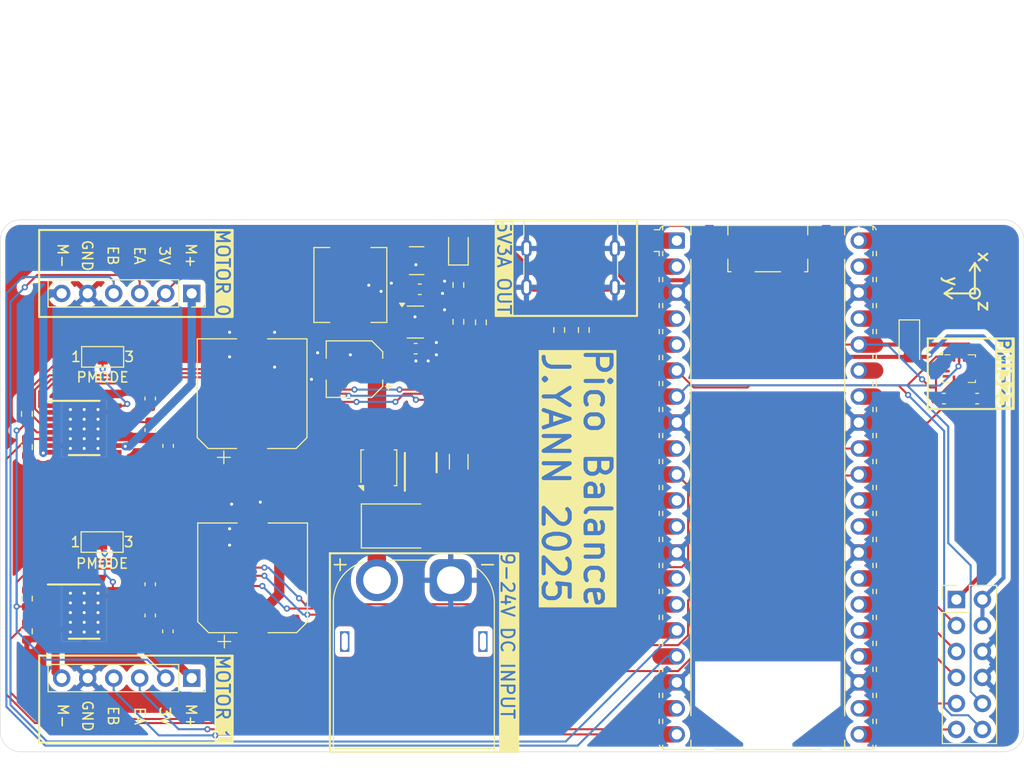
<source format=kicad_pcb>
(kicad_pcb (version 20241229) (generator "pcbnew") (generator_version "9.0")
  (layers (0 "F.Cu" signal) (2 "B.Cu" signal) (13 "F.Paste" user) (15 "B.Paste" user) (5 "F.SilkS" user "F.Silkscreen") (7 "B.SilkS" user "B.Silkscreen") (1 "F.Mask" user) (3 "B.Mask" user) (25 "Edge.Cuts" user))
  (net 0 "")
  (net 2 "IN3")
  (net 3 "SLP0")
  (net 5 "CS0")
  (net 8 "GND")
  (net 9 "+3V3")
  (net 10 "GP17")
  (net 11 "IN4")
  (net 12 "CS1")
  (net 15 "GP20")
  (net 16 "ENCB0")
  (net 17 "GP19")
  (net 18 "SCL")
  (net 20 "ENCB1")
  (net 21 "SLP1")
  (net 22 "ENCA0")
  (net 23 "SDA")
  (net 26 "IN2")
  (net 32 "ENCA1")
  (net 35 "GP16")
  (net 36 "IN1")
  (net 41 "GP18")
  (net 42 "Net-(A1-VSYS)")
  (net 44 "Net-(U4-VCAPH)")
  (net 45 "Net-(U4-VCAPL)")
  (net 46 "VM")
  (net 47 "Net-(U5-CB)")
  (net 48 "+5V")
  (net 49 "Net-(U2-CPH)")
  (net 50 "Net-(U2-CPL)")
  (net 51 "Net-(U2-VCP)")
  (net 52 "Net-(U3-VCP)")
  (net 53 "Net-(U3-CPL)")
  (net 54 "Net-(U3-CPH)")
  (net 55 "Net-(D1-A1)")
  (net 56 "Net-(D3-K)")
  (net 57 "OUT2")
  (net 58 "OUT1")
  (net 59 "Net-(JP1-C)")
  (net 60 "Net-(JP2-C)")
  (net 61 "Net-(Q1-G)")
  (net 62 "Net-(U5-FB)")
  (net 63 "Net-(U2-FAULT_N)")
  (net 64 "Net-(U3-FAULT_N)")
  (net 71 "OUT4")
  (net 72 "OUT3")
  (net 75 "Net-(J5-CC2)")
  (net 76 "Net-(J5-CC1)")
  (net 77 "/SW")
  (footprint "Capacitor_SMD:CP_Elec_5x5.4" (layer "F.Cu") (at 186.6 86.6 180)
    (property "Reference" "C2" (hide yes))
    (property "Value" "22uF")
  )
  (footprint "Connector_USB:USB_C_Receptacle_HRO_TYPE-C-31-M-17" (layer "F.Cu") (at 207.72 75.6 180)
    (property "Reference" "J5" (hide yes))
    (property "Value" "5V3A OUT")
  )
  (footprint "Module:RaspberryPi_Pico_Common_Unspecified" (layer "F.Cu") (at 226.975 98.17)
    (property "Reference" "A1" (hide yes))
    (property "Value" "RaspberryPi_Pico")
  )
  (footprint "Resistor_SMD:R_0603_1608Metric" (layer "F.Cu") (at 196.75 78.375 -90)
    (property "Reference" "R7" (hide yes))
    (property "Value" "560")
  )
  (footprint "Capacitor_SMD:C_1206_3216Metric" (layer "F.Cu") (at 196.7825 95.655 -90)
    (property "Reference" "C1" (hide yes))
    (property "Value" "2.2uF")
  )
  (footprint "Capacitor_SMD:C_1210_3225Metric" (layer "F.Cu") (at 192.675 76)
    (property "Reference" "C5" (hide yes))
    (property "Value" "47uF")
  )
  (footprint "Inductor_SMD:L_APV_APH0630" (layer "F.Cu") (at 186.2 78.375 90)
    (property "Reference" "L1" (hide yes))
    (property "Value" "6.8uH")
  )
  (footprint "footprints:DGK0008A_N" (layer "F.Cu") (at 193.0725 95.74 90)
    (property "Reference" "U4" (hide yes))
    (property "Value" "LM74610QDGKRQ1")
  )
  (footprint "LED_SMD:LED_0805_2012Metric" (layer "F.Cu") (at 196.75 74.7375 90)
    (property "Reference" "D3" (hide yes))
    (property "Value" "LED")
  )
  (footprint "Capacitor_SMD:C_0603_1608Metric" (layer "F.Cu") (at 166.65 107.624999 90)
    (property "Reference" "C13" (hide yes))
    (property "Value" "0.022uF")
  )
  (footprint "Resistor_SMD:R_0603_1608Metric" (layer "F.Cu") (at 198.95 82.025 -90)
    (property "Reference" "R1" (hide yes))
    (property "Value" "100k")
  )
  (footprint "Capacitor_SMD:C_0603_1608Metric" (layer "F.Cu") (at 192.975 78.8 180)
    (property "Reference" "C3" (hide yes))
    (property "Value" "0.1uF")
  )
  (footprint "Package_LGA:Bosch_LGA-14_3x2.5mm_P0.5mm" (layer "F.Cu") (at 245.6625 86.55)
    (property "Reference" "U1" (hide yes))
    (property "Value" "BMI323")
  )
  (footprint "Capacitor_SMD:CP_Elec_10x10.5" (layer "F.Cu") (at 176.6 89 90)
    (property "Reference" "C11" (hide yes))
    (property "Value" "330uF")
  )
  (footprint "Resistor_SMD:R_0603_1608Metric" (layer "F.Cu") (at 154.6 109.025 90)
    (property "Reference" "R5" (hide yes))
    (property "Value" "10K")
  )
  (footprint "Resistor_SMD:R_0603_1608Metric" (layer "F.Cu") (at 206.6 82.775 -90)
    (property "Reference" "R9" (hide yes))
    (property "Value" "10K")
  )
  (footprint "Resistor_SMD:R_0603_1608Metric" (layer "F.Cu") (at 209 82.775 -90)
    (property "Reference" "R8" (hide yes))
    (property "Value" "10K")
  )
  (footprint "Package_SON:VSON-8_3.3x3.3mm_P0.65mm_NexFET" (layer "F.Cu") (at 188.9725 96.24 90)
    (property "Reference" "Q1" (hide yes))
    (property "Value" "CSD17577Q3A")
  )
  (footprint "Resistor_SMD:R_0603_1608Metric" (layer "F.Cu") (at 154.6 94.225 90)
    (property "Reference" "R4" (hide yes))
    (property "Value" "2.5K")
  )
  (footprint "Capacitor_SMD:C_0603_1608Metric" (layer "F.Cu") (at 247.425 89.48 180)
    (property "Reference" "C6" (hide yes))
    (property "Value" "100n")
  )
  (footprint "Diode_SMD:D_SMB" (layer "F.Cu") (at 190.9325 101.93)
    (property "Reference" "D1" (hide yes))
    (property "Value" "SM6T30A")
  )
  (footprint "Connector_AMASS:AMASS_XT60PW-M_1x02_P7.20mm_Horizontal" (layer "F.Cu") (at 196 107.23 180)
    (property "Reference" "J1" (hide yes))
    (property "Value" "XT60PW-M")
  )
  (footprint "Resistor_SMD:R_0603_1608Metric" (layer "F.Cu") (at 154.6 90.975 90)
    (property "Reference" "R3" (hide yes))
    (property "Value" "10K")
  )
  (footprint "Capacitor_SMD:C_0603_1608Metric" (layer "F.Cu") (at 166.65 89.475 90)
    (property "Reference" "C8" (hide yes))
    (property "Value" "0.022uF")
  )
  (footprint "Jumper:SolderJumper-3_P1.3mm_Bridged12_Pad1.0x1.5mm_NumberLabels" (layer "F.Cu") (at 161.95 103.5)
    (property "Reference" "JP2" (hide yes))
    (property "Value" "PMODE")
  )
  (footprint "Capacitor_SMD:CP_Elec_10x10.5" (layer "F.Cu") (at 176.65 107 90)
    (property "Reference" "C15" (hide yes))
    (property "Value" "330uF")
  )
  (footprint "Connector_PinSocket_2.54mm:PinSocket_1x06_P2.54mm_Vertical" (layer "F.Cu") (at 170.7 116.8 -90)
    (property "Reference" "J4" (hide yes))
    (property "Value" "Conn_Motor1")
  )
  (footprint "Connector_PinSocket_2.54mm:PinSocket_1x06_P2.54mm_Vertical" (layer "F.Cu") (at 170.7 79.2 -90)
    (property "Reference" "J3" (hide yes))
    (property "Value" "Conn_Motor0")
  )
  (footprint "Diode_SMD:D_SOD-123F" (layer "F.Cu") (at 240.8 84 -90)
    (property "Reference" "D2" (hide yes))
    (property "Value" "MBR1020VL")
  )
  (footprint "Resistor_SMD:R_0603_1608Metric" (layer "F.Cu") (at 154.6 112.225 90)
    (property "Reference" "R6" (hide yes))
    (property "Value" "2.5K")
  )
  (footprint "Connector_PinHeader_2.54mm:PinHeader_2x06_P2.54mm_Vertical" (layer "F.Cu") (at 245.4 109.12)
    (property "Reference" "J2" (hide yes))
    (property "Value" "GPIO_Ext")
  )
  (footprint "Capacitor_SMD:C_0603_1608Metric" (layer "F.Cu") (at 166.65 92.55 -90)
    (property "Reference" "C9" (hide yes))
    (property "Value" "0.022uF")
  )
  (footprint "footprints:PWP0016J_N" (layer "F.Cu") (at 160.2 92.449999)
    (property "Reference" "U2" (hide yes))
    (property "Value" "DRV8876PWPR")
  )
  (footprint "Resistor_SMD:R_0603_1608Metric" (layer "F.Cu") (at 196.75 81.975 90)
    (property "Reference" "R2" (hide yes))
    (property "Value" "13.7k")
  )
  (footprint "Capacitor_SMD:C_0603_1608Metric" (layer "F.Cu") (at 166.65 110.674999 -90)
    (property "Reference" "C12" (hide yes))
    (property "Value" "0.022uF")
  )
  (footprint "Capacitor_SMD:C_0603_1608Metric" (layer "F.Cu") (at 244.175 89.48)
    (property "Reference" "C7" (hide yes))
    (property "Value" "100n")
  )
  (footprint "Capacitor_SMD:C_0603_1608Metric" (layer "F.Cu") (at 168.4 94.1 -90)
    (property "Reference" "C10" (hide yes))
    (property "Value" "0.1uF")
  )
  (footprint "Package_TO_SOT_SMD:SOT-23-6" (layer "F.Cu") (at 192.55 82)
    (property "Reference" "U5" (hide yes))
    (property "Value" "LMR51430")
  )
  (footprint "footprints:PWP0016J_N" (layer "F.Cu") (at 160.2 110.4)
    (property "Reference" "U3" (hide yes))
    (property "Value" "DRV8876PWPR")
  )
  (footprint "Capacitor_SMD:C_0603_1608Metric" (layer "F.Cu") (at 192.575 84.6)
    (property "Reference" "C4" (hide yes))
    (property "Value" "0.1uF")
  )
  (footprint "Capacitor_SMD:C_0603_1608Metric" (layer "F.Cu") (at 168.375 112.224999 -90)
    (property "Reference" "C14" (hide yes))
    (property "Value" "0.1uF")
  )
  (footprint "Jumper:SolderJumper-3_P1.3mm_Bridged12_Pad1.0x1.5mm_NumberLabels" (layer "F.Cu") (at 162 85.4)
    (property "Reference" "JP1" (hide yes))
    (property "Value" "PMODE")
  )
  (gr_line (start 247.2 76.225) (end 247.7 76.975) (stroke (width 0.2)) (layer "F.SilkS"))
  (gr_rect (start 155.8 73) (end 174.7 81.5) (stroke (width 0.2)) (fill no) (layer "F.SilkS"))
  (gr_line (start 247.2 79.2) (end 247.2 76.4) (stroke (width 0.2)) (layer "F.SilkS"))
  (gr_rect (start 155.8 114.6) (end 174.7 123.1) (stroke (width 0.2)) (fill no) (layer "F.SilkS"))
  (gr_line (start 247.2 76.225) (end 246.7 76.975) (stroke (width 0.2)) (layer "F.SilkS"))
  (gr_line (start 244.225 79.2) (end 244.975 78.7) (stroke (width 0.2)) (layer "F.SilkS"))
  (gr_circle (center 247.2 79.2) (end 247.2 78.7) (stroke (width 0.2)) (fill no) (layer "F.SilkS"))
  (gr_line (start 244.225 79.2) (end 244.975 79.7) (stroke (width 0.2)) (layer "F.SilkS"))
  (gr_rect (start 242.6 83.6) (end 251 90.5) (stroke (width 0.2)) (fill no) (layer "F.SilkS"))
  (gr_line (start 247.2 79.2) (end 244.4 79.2) (stroke (width 0.2)) (layer "F.SilkS"))
  (gr_rect (start 200.725 120.8) (end 202.525 124) (fill yes) (layer "F.SilkS"))
  (gr_rect (start 200.4 72.075) (end 214.2 81.4) (stroke (width 0.2)) (fill no) (layer "F.SilkS"))
  (gr_rect (start 184.2 104.6) (end 202.6 124) (stroke (width 0.2)) (fill no) (layer "F.SilkS"))
  (gr_line (start 250 72) (end 154 72) (stroke (width 0.05)) (layer "Edge.Cuts"))
  (gr_arc (start 154 124) (mid 152.585786 123.414214) (end 152 122) (stroke (width 0.05)) (layer "Edge.Cuts"))
  (gr_arc (start 250 72) (mid 251.414214 72.585786) (end 252 74) (stroke (width 0.05)) (layer "Edge.Cuts"))
  (gr_line (start 252 122) (end 252 74) (stroke (width 0.05)) (layer "Edge.Cuts"))
  (gr_arc (start 252 122) (mid 251.414214 123.414214) (end 250 124) (stroke (width 0.05)) (layer "Edge.Cuts"))
  (gr_line (start 154 124) (end 250 124) (stroke (width 0.05)) (layer "Edge.Cuts"))
  (gr_line (start 152 74) (end 152 122) (stroke (width 0.05)) (layer "Edge.Cuts"))
  (gr_arc (start 152 74) (mid 152.585786 72.585786) (end 154 72) (stroke (width 0.05)) (layer "Edge.Cuts"))
  (gr_text "Pico Balance\nJ.YANN 2025" (at 204.75 97.25 270) (layer "F.SilkS" knockout) (effects (font (size 2.54 2.54) (thickness 0.4)) (justify bottom)))
  (gr_text "y" (at 244.2 77.4 270) (layer "F.SilkS") (effects (font (size 1.27 1.27) (thickness 0.2)) (justify left bottom)))
  (gr_text "MOTOR 1" (at 173 114.4 270) (layer "F.SilkS" knockout) (effects (font (size 1.27 1.27) (thickness 0.2)) (justify left bottom)))
  (gr_text "9-24V DC INPUT" (at 200.8 104.4 270) (layer "F.SilkS" knockout) (effects (font (size 1.27 1.27) (thickness 0.2)) (justify left bottom)))
  (gr_text "x" (at 247.4 75 270) (layer "F.SilkS") (effects (font (size 1.27 1.27) (thickness 0.2)) (justify left bottom)))
  (gr_text "MOTOR 0" (at 173 72.8 270) (layer "F.SilkS" knockout) (effects (font (size 1.27 1.27) (thickness 0.2)) (justify left bottom)))
  (gr_text "z" (at 247.4 79.8 270) (layer "F.SilkS") (effects (font (size 1.27 1.27) (thickness 0.2)) (justify left bottom)))
  (table (column_count 1) (layer "F.SilkS") (border (external no) (header no)) (separators (rows no) (cols no)) (column_widths 3.55) (row_heights 2.65 2.5 2.4 2.8 2.2 2.6) (cells (table_cell "M+" (start 171.975 118.725) (end 169.325 122.275) (margins 0.1 0.1 0.1 0.1) (span 1 1) (angle 270) (layer "F.SilkS") (effects (font (size 1 1) (thickness 0.15)))) (table_cell "3V" (start 169.325 118.725) (end 166.825 122.275) (margins 0.1 0.1 0.1 0.1) (span 1 1) (angle 270) (layer "F.SilkS") (effects (font (size 1 1) (thickness 0.15)))) (table_cell "EA" (start 166.825 118.725) (end 164.425 122.275) (margins 0.1 0.1 0.1 0.1) (span 1 1) (angle 270) (layer "F.SilkS") (effects (font (size 1 1) (thickness 0.15)))) (table_cell "EB" (start 164.425 118.725) (end 161.625 122.275) (margins 0.1 0.1 0.1 0.1) (span 1 1) (angle 270) (layer "F.SilkS") (effects (font (size 1 1) (thickness 0.15)))) (table_cell "GND" (start 161.625 118.725) (end 159.425 122.275) (margins 0.1 0.1 0.1 0.1) (span 1 1) (angle 270) (layer "F.SilkS") (effects (font (size 1 1) (thickness 0.15)))) (table_cell "M-" (start 159.425 118.725) (end 156.825 122.275) (margins 0.1 0.1 0.1 0.1) (span 1 1) (angle 270) (layer "F.SilkS") (effects (font (size 1 1) (thickness 0.15))))))
  (table (column_count 1) (layer "F.SilkS") (border (external no) (header no)) (separators (rows no) (cols no)) (column_widths 3.55) (row_heights 2.65 2.5 2.4 2.8 2.2 2.6) (cells (table_cell "M+" (start 171.95 73.725) (end 169.3 77.275) (margins 0.1 0.1 0.1 0.1) (span 1 1) (angle 270) (layer "F.SilkS") (effects (font (size 1 1) (thickness 0.15)))) (table_cell "3V" (start 169.3 73.725) (end 166.8 77.275) (margins 0.1 0.1 0.1 0.1) (span 1 1) (angle 270) (layer "F.SilkS") (effects (font (size 1 1) (thickness 0.15)))) (table_cell "EA" (start 166.8 73.725) (end 164.4 77.275) (margins 0.1 0.1 0.1 0.1) (span 1 1) (angle 270) (layer "F.SilkS") (effects (font (size 1 1) (thickness 0.15)))) (table_cell "EB" (start 164.4 73.725) (end 161.6 77.275) (margins 0.1 0.1 0.1 0.1) (span 1 1) (angle 270) (layer "F.SilkS") (effects (font (size 1 1) (thickness 0.15)))) (table_cell "GND" (start 161.6 73.725) (end 159.4 77.275) (margins 0.1 0.1 0.1 0.1) (span 1 1) (angle 270) (layer "F.SilkS") (effects (font (size 1 1) (thickness 0.15)))) (table_cell "M-" (start 159.4 73.725) (end 156.8 77.275) (margins 0.1 0.1 0.1 0.1) (span 1 1) (angle 270) (layer "F.SilkS") (effects (font (size 1 1) (thickness 0.15))))))
  (segment (start 168.825111 107.8) (end 177.6 107.8) (width 0.2) (layer "F.Cu") (net 2))
  (segment (start 214.345 110) (end 180 110) (width 0.2) (layer "F.Cu") (net 2))
  (segment (start 157.250001 108.125001) (end 156.350001 108.125001) (width 0.2) (layer "F.Cu") (net 2))
  (segment (start 167.12411 106.098999) (end 168.825111 107.8) (width 0.2) (layer "F.Cu") (net 2))
  (segment (start 156.202 107.977) (end 156.202 106.9661) (width 0.2) (layer "F.Cu") (net 2))
  (segment (start 157.069101 106.098999) (end 167.12411 106.098999) (width 0.2) (layer "F.Cu") (net 2))
  (segment (start 156.202 106.9661) (end 157.069101 106.098999) (width 0.2) (layer "F.Cu") (net 2))
  (segment (start 217.285 107.06) (end 214.345 110) (width 0.2) (layer "F.Cu") (net 2))
  (segment (start 156.350001 108.125001) (end 156.202 107.977) (width 0.2) (layer "F.Cu") (net 2))
  (via (at 180 110) (size 0.6) (drill 0.3) (layers "F.Cu" "B.Cu") (net 2))
  (via (at 177.6 107.8) (size 0.6) (drill 0.3) (layers "F.Cu" "B.Cu") (net 2))
  (segment (start 179.8 110) (end 177.6 107.8) (width 0.2) (layer "B.Cu") (net 2))
  (segment (start 180 110) (end 179.8 110) (width 0.2) (layer "B.Cu") (net 2))
  (segment (start 211.525 88.6) (end 217.285 94.36) (width 0.2) (layer "F.Cu") (net 3))
  (segment (start 191 88.6) (end 211.525 88.6) (width 0.2) (layer "F.Cu") (net 3))
  (segment (start 156.8 87.2) (end 161.2 87.2) (width 0.2) (layer "F.Cu") (net 3))
  (segment (start 174.8 87.2) (end 176.2 88.6) (width 0.2) (layer "F.Cu") (net 3))
  (segment (start 165.4 87.2) (end 166 86.6) (width 0.2) (layer "F.Cu") (net 3))
  (segment (start 174.2 86.6) (end 174.8 87.2) (width 0.2) (layer "F.Cu") (net 3))
  (segment (start 155.4 88.6) (end 156.8 87.2) (width 0.2) (layer "F.Cu") (net 3))
  (segment (start 156.373001 91.475) (end 155.4 90.501999) (width 0.2) (layer "F.Cu") (net 3))
  (segment (start 155.4 90.501999) (end 155.4 88.6) (width 0.2) (layer "F.Cu") (net 3))
  (segment (start 161.2 87.2) (end 165.4 87.2) (width 0.2) (layer "F.Cu") (net 3))
  (segment (start 166 86.6) (end 174.2 86.6) (width 0.2) (layer "F.Cu") (net 3))
  (segment (start 176.2 88.6) (end 186.6 88.6) (width 0.2) (layer "F.Cu") (net 3))
  (segment (start 157.250001 91.475) (end 156.373001 91.475) (width 0.2) (layer "F.Cu") (net 3))
  (via (at 186.6 88.6) (size 0.6) (drill 0.3) (layers "F.Cu" "B.Cu") (net 3))
  (via (at 191 88.6) (size 0.6) (drill 0.3) (layers "F.Cu" "B.Cu") (net 3))
  (segment (start 186.6 88.6) (end 191 88.6) (width 0.2) (layer "B.Cu") (net 3))
  (segment (start 155.4 121.2) (end 152.601 118.401) (width 0.2) (layer "F.Cu") (net 5))
  (segment (start 232 97) (end 219.72205 109.27795) (width 0.2) (layer "F.Cu") (net 5))
  (segment (start 155.403 121.197) (end 155.4 121.2) (width 0.2) (layer "F.Cu") (net 5))
  (segment (start 152.601 118.401) (end 152.601 95.399) (width 0.2) (layer "F.Cu") (net 5))
  (segment (start 154.625001 93.425001) (end 154.6 93.4) (width 0.2) (layer "F.Cu") (net 5))
  (segment (start 212.486 116.114) (end 207.4 121.2) (width 0.2) (layer "F.Cu") (net 5))
  (segment (start 152.601 95.399) (end 154.6 93.4) (width 0.2) (layer "F.Cu") (net 5))
  (segment (start 236.565 97) (end 232 97) (width 0.2) (layer "F.Cu") (net 5))
  (segment (start 219.72205 109.27795) (end 219.72205 114.6) (width 0.2) (layer "F.Cu") (net 5))
  (segment (start 219.72205 114.6) (end 218.20805 116.114) (width 0.2) (layer "F.Cu") (net 5))
  (segment (start 218.20805 116.114) (end 212.486 116.114) (width 0.2) (layer "F.Cu") (net 5))
  (segment (start 207.4 121.2) (end 207.397 121.197) (width 0.2) (layer "F.Cu") (net 5))
  (segment (start 157.250001 93.425001) (end 154.625001 93.425001) (width 0.2) (layer "F.Cu") (net 5))
  (segment (start 207.397 121.197) (end 155.403 121.197) (width 0.2) (layer "F.Cu") (net 5))
  (segment (start 236.665 96.9) (end 236.565 97) (width 0.2) (layer "F.Cu") (net 5))
  (segment (start 196.75 79.35) (end 196.6 79.2) (width 0.2) (layer "F.Cu") (net 8))
  (segment (start 158.575 94.075) (end 158.85 94.35) (width 0.45) (layer "F.Cu") (net 8))
  (segment (start 192.6 83.85) (end 193.35 84.6) (width 0.45) (layer "F.Cu") (net 8))
  (segment (start 161.825003 90.825001) (end 161.55 90.549998) (width 0.45) (layer "F.Cu") (net 8))
  (segment (start 245.6625 88.7675) (end 245.6625 87.5625) (width 0.2) (layer "F.Cu") (net 8))
  (segment (start 192.074999 81.05) (end 192.512499 81.487501) (width 0.45) (layer "F.Cu") (net 8))
  (segment (start 192.6 81.575001) (end 192.6 83.85) (width 0.45) (layer "F.Cu") (net 8))
  (segment (start 192.512499 81.487501) (end 192.6 81.575001) (width 0.45) (layer "F.Cu") (net 8))
  (segment (start 242.61 91.82) (end 236.665 91.82) (width 0.2) (layer "F.Cu") (net 8))
  (segment (start 244.95 89.48) (end 245.6625 88.7675) (width 0.2) (layer "F.Cu") (net 8))
  (segment (start 246.65 89.48) (end 244.95 89.48) (width 0.2) (layer "F.Cu") (net 8))
  (segment (start 163.150002 108.775002) (end 161.825003 108.775002) (width 0.45) (layer "F.Cu") (net 8))
  (segment (start 158.575 112.025001) (end 158.85 112.300001) (width 0.45) (layer "F.Cu") (net 8))
  (segment (start 246.65 89.13) (end 246.1625 88.6425) (width 0.2) (layer "F.Cu") (net 8))
  (segment (start 157.250001 94.075) (end 158.575 94.075) (width 0.45) (layer "F.Cu") (net 8))
  (segment (start 246.65 89.48) (end 246.65 89.13) (width 0.2) (layer "F.Cu") (net 8))
  (segment (start 157.250001 112.025001) (end 158.575 112.025001) (width 0.45) (layer "F.Cu") (net 8))
  (segment (start 194.15 76) (end 194.15 76.75) (width 0.2) (layer "F.Cu") (net 8))
  (segment (start 246.1625 88.6425) (end 246.1625 87.5625) (width 0.2) (layer "F.Cu") (net 8))
  (segment (start 161.825003 108.775002) (end 161.55 108.499999) (width 0.45) (layer "F.Cu") (net 8))
  (segment (start 244.95 89.48) (end 242.61 91.82) (width 0.2) (layer "F.Cu") (net 8))
  (segment (start 163.150002 90.825001) (end 161.825003 90.825001) (width 0.45) (layer "F.Cu") (net 8))
  (segment (start 191.4125 81.05) (end 192.074999 81.05) (width 0.45) (layer "F.Cu") (net 8))
  (via (at 193.8 85.8) (size 0.6) (drill 0.3) (layers "F.Cu" "B.Cu") (net 8))
  (via (at 178.8 83) (size 0.6) (drill 0.3) (layers "F.Cu" "B.Cu") (net 8))
  (via (at 195.4 80.8) (size 0.6) (drill 0.3) (layers "F.Cu" "B.Cu") (net 8))
  (via (at 183 85) (size 0.6) (drill 0.3) (layers "F.Cu" "B.Cu") (net 8))
  (via (at 174.4 83) (size 0.6) (drill 0.3) (layers "F.Cu" "B.Cu") (net 8))
  (via (at 174.6 99.8) (size 0.6) (drill 0.3) (layers "F.Cu" "B.Cu") (net 8))
  (via (at 190.2 78.2) (size 0.6) (drill 0.3) (layers "F.Cu" "B.Cu") (net 8))
  (via (at 188 78.4) (size 0.6) (drill 0.3) (layers "F.Cu" "B.Cu") (net 8))
  (via (at 178.8 86.4) (size 0.6) (drill 0.3) (layers "F.Cu" "B.Cu") (net 8))
  (via (at 174.4 85.4) (size 0.6) (drill 0.3) (layers "F.Cu" "B.Cu") (net 8))
  (via (at 194.6 84) (size 0.6) (drill 0.3) (layers "F.Cu" "B.Cu") (net 8))
  (via (at 194.6 85.2) (size 0.6) (drill 0.3) (layers "F.Cu" "B.Cu") (net 8))
  (via (at 195.4 78) (size 0.6) (drill 0.3) (layers "F.Cu" "B.Cu") (net 8))
  (via (at 189.2 79) (size 0.6) (drill 0.3) (layers "F.Cu" "B.Cu") (net 8))
  (via (at 186.2 85.2) (size 0.6) (drill 0.3) (layers "F.Cu" "B.Cu") (net 8))
  (via (at 192.512499 81.487501) (size 0.6) (drill 0.3) (layers "F.Cu" "B.Cu") (net 8))
  (via (at 174.4 103.8) (size 0.6) (drill 0.3) (layers "F.Cu" "B.Cu") (net 8))
  (via (at 192.6 76.4) (size 0.6) (drill 0.3) (layers "F.Cu" "B.Cu") (net 8))
  (via (at 177.4 99.6) (size 0.6) (drill 0.3) (layers "F.Cu" "B.Cu") (net 8))
  (via (at 192.6 85.8) (size 0.6) (drill 0.3) (layers "F.Cu" "B.Cu") (net 8))
  (via (at 195.2 79.2) (size 0.6) (drill 0.3) (layers "F.Cu" "B.Cu") (net 8))
  (via (at 174.4 102.2) (size 0.6) (drill 0.3) (layers "F.Cu" "B.Cu") (net 8))
  (via (at 182.4 87.6) (size 0.6) (drill 0.3) (layers "F.Cu" "B.Cu") (net 8))
  (segment (start 153.824 91.024) (end 154.6 91.8) (width 0.2) (layer "F.Cu") (net 9))
  (segment (start 168.16 79.2) (end 164.749 82.611) (width 0.2) (layer "F.Cu") (net 9))
  (segment (start 243.4 89.48) (end 245.1625 87.7175) (width 0.2) (layer "F.Cu") (net 9))
  (segment (start 243.4 88.4) (end 242.848527 88.4) (width 0.2) (layer "F.Cu") (net 9))
  (segment (start 219.001 72.601) (end 174.599 72.601) (width 0.2) (layer "F.Cu") (net 9))
  (segment (start 242.848527 88.4) (end 242.048527 87.6) (width 0.2) (layer "F.Cu") (net 9))
  (segment (start 245.1625 87.7175) (end 245.1625 87.5625) (width 0.2) (layer "F.Cu") (net 9))
  (segment (start 248.2 89.48) (end 246.925 88.205) (width 0.2) (layer "F.Cu") (net 9))
  (segment (start 236.665 84.2) (end 230.6 84.2) (width 0.2) (layer "F.Cu") (net 9))
  (segment (start 247.6635 106.8565) (end 247.6635 90.8) (width 0.4) (layer "F.Cu") (net 9))
  (segment (start 174.599 72.601) (end 168.16 79.04) (width 0.2) (layer "F.Cu") (net 9))
  (segment (start 157.5329 103.5) (end 153.602 107.4309) (width 0.2) (layer "F.Cu") (net 9))
  (segment (start 243.4 86.2355) (end 243.8355 85.8) (width 0.2) (layer "F.Cu") (net 9))
  (segment (start 153.824 89.6089) (end 153.824 91.024) (width 0.2) (layer "F.Cu") (net 9))
  (segment (start 153.602 107.4309) (end 153.602 109.8) (width 0.2) (layer "F.Cu") (net 9))
  (segment (start 158.0329 85.4) (end 153.824 89.6089) (width 0.2) (layer "F.Cu") (net 9))
  (segment (start 247.6635 85.2635) (end 246.6 84.2) (width 0.4) (layer "F.Cu") (net 9))
  (segment (start 245.4 109.12) (end 247.6635 106.8565) (width 0.4) (layer "F.Cu") (net 9))
  (segment (start 168.16 79.04) (end 168.16 79.2) (width 0.2) (layer "F.Cu") (net 9))
  (segment (start 243.8355 85.8) (end 244.4 85.8) (width 0.2) (layer "F.Cu") (net 9))
  (segment (start 164.749 82.611) (end 162.539 82.611) (width 0.2) (layer "F.Cu") (net 9))
  (segment (start 153.602 109.8) (end 154.55 109.8) (width 0.2) (layer "F.Cu") (net 9))
  (segment (start 160.65 103.5) (end 157.5329 103.5) (width 0.2) (layer "F.Cu") (net 9))
  (segment (start 154.55 109.8) (end 154.6 109.85) (width 0.2) (layer "F.Cu") (net 9))
  (segment (start 160.7 84.45) (end 160.7 85.4) (width 0.2) (layer "F.Cu") (net 9))
  (segment (start 246.1625 84.6375) (end 246.6 84.2) (width 0.2) (layer "F.Cu") (net 9))
  (segment (start 243.4 88.4) (end 243.4 86.2355) (width 0.2) (layer "F.Cu") (net 9))
  (segment (start 162.539 82.611) (end 160.7 84.45) (width 0.2) (layer "F.Cu") (net 9))
  (segment (start 246.925 88.205) (end 246.925 87.3) (width 0.2) (layer "F.Cu") (net 9))
  (segment (start 155.575 92.775) (end 154.6 91.8) (width 0.2) (layer "F.Cu") (net 9))
  (segment (start 246.1625 85.5375) (end 246.1625 84.6375) (width 0.2) (layer "F.Cu") (net 9))
  (segment (start 247.6635 90.8) (end 247.6635 85.2635) (width 0.4) (layer "F.Cu") (net 9))
  (segment (start 246.6 84.2) (end 236.665 84.2) (width 0.4) (layer "F.Cu") (net 9))
  (segment (start 153.8 92.6) (end 154.6 91.8) (width 0.2) (layer "F.Cu") (net 9))
  (segment (start 230.6 84.2) (end 219.001 72.601) (width 0.2) (layer "F.Cu") (net 9))
  (segment (start 155.475001 110.725001) (end 157.250001 110.725001) (width 0.2) (layer "F.Cu") (net 9))
  (segment (start 154.6 109.85) (end 155.475001 110.725001) (width 0.2) (layer "F.Cu") (net 9))
  (segment (start 153.602 92.6) (end 153.8 92.6) (width 0.2) (layer "F.Cu") (net 9))
  (segment (start 243.4 89.48) (end 243.4 88.4) (width 0.2) (layer "F.Cu") (net 9))
  (segment (start 160.7 85.4) (end 158.0329 85.4) (width 0.2) (layer "F.Cu") (net 9))
  (segment (start 157.250001 92.775) (end 155.575 92.775) (width 0.2) (layer "F.Cu") (net 9))
  (via (at 153.602 109.8) (size 0.6) (drill 0.3) (layers "F.Cu" "B.Cu") (net 9))
  (via (at 242.048527 87.6) (size 0.6) (drill 0.3) (layers "F.Cu" "B.Cu") (net 9))
  (via (at 153.602 92.6) (size 0.6) (drill 0.3) (layers "F.Cu" "B.Cu") (net 9))
  (segment (start 156.4 115) (end 153.602 112.202) (width 0.2) (layer "B.Cu") (net 9))
  (segment (start 238.648527 84.2) (end 235.865 84.2) (width 0.2) (layer "B.Cu") (net 9))
  (segment (start 242.048527 87.6) (end 238.648527 84.2) (width 0.2) (layer "B.Cu") (net 9))
  (segment (start 153.602 112.202) (end 153.602 109.8) (width 0.2) (layer "B.Cu") (net 9))
  (segment (start 168.16 116.8) (end 166.36 115) (width 0.2) (layer "B.Cu") (net 9))
  (segment (start 166.36 115) (end 156.4 115) (width 0.2) (layer "B.Cu") (net 9))
  (segment (start 153.602 109.8) (end 153.602 92.6) (width 0.2) (layer "B.Cu") (net 9))
  (segment (start 245.4 119.28) (end 237.145 119.28) (width 0.2) (layer "F.Cu") (net 10))
  (segment (start 237.145 119.28) (end 236.665 119.76) (width 0.2) (layer "F.Cu") (net 10))
  (segment (start 158 105.601) (end 174.2339 105.601) (width 0.2) (layer "F.Cu") (net 11))
  (segment (start 174.2339 105.601) (end 175.4329 106.8) (width 0.2) (layer "F.Cu") (net 11))
  (segment (start 157.250001 108.775002) (end 156.373003 108.775002) (width 0.2) (layer "F.Cu") (net 11))
  (segment (start 175.4329 106.8) (end 177.8 106.8) (width 0.2) (layer "F.Cu") (net 11))
  (segment (start 156.373003 108.775002) (end 155.801 108.202999) (width 0.2) (layer "F.Cu") (net 11))
  (segment (start 216.285 110.6) (end 217.285 109.6) (width 0.2) (layer "F.Cu") (net 11))
  (segment (start 155.801 106.8) (end 157 105.601) (width 0.2) (layer "F.Cu") (net 11))
  (segment (start 157 105.601) (end 158 105.601) (width 0.2) (layer "F.Cu") (net 11))
  (segment (start 182 110.6) (end 216.285 110.6) (width 0.2) (layer "F.Cu") (net 11))
  (segment (start 155.801 108.202999) (end 155.801 106.8) (width 0.2) (layer "F.Cu") (net 11))
  (via (at 177.8 106.8) (size 0.6) (drill 0.3) (layers "F.Cu" "B.Cu") (net 11))
  (via (at 182 110.6) (size 0.6) (drill 0.3) (layers "F.Cu" "B.Cu") (net 11))
  (segment (start 177.8 106.8) (end 181.6 110.6) (width 0.2) (layer "B.Cu") (net 11))
  (segment (start 181.6 110.6) (end 182 110.6) (width 0.2) (layer "B.Cu") (net 11))
  (segment (start 207.2369 120.796) (end 155.596 120.796) (width 0.2) (layer "F.Cu") (net 12))
  (segment (start 214.4539 113.579) (end 207.2369 120.796) (width 0.2) (layer "F.Cu") (net 12))
  (segment (start 157.250001 111.375002) (end 154.624998 111.375002) (width 0.2) (layer "F.Cu") (net 12))
  (segment (start 219.186 109.214) (end 219.186 112.614) (width 0.2) (layer "F.Cu") (net 12))
  (segment (start 155.596 120.796) (end 153.002 118.202) (width 0.2) (layer "F.Cu") (net 12))
  (segment (start 218.221 113.579) (end 214.4539 113.579) (width 0.2) (layer "F.Cu") (net 12))
  (segment (start 153.002 112.998) (end 154.6 111.4) (width 0.2) (layer "F.Cu") (net 12))
  (segment (start 153.002 118.202) (end 153.002 112.998) (width 0.2) (layer "F.Cu") (net 12))
  (segment (start 154.624998 111.375002) (end 154.6 111.4) (width 0.2) (layer "F.Cu") (net 12))
  (segment (start 219.186 112.614) (end 218.221 113.579) (width 0.2) (layer "F.Cu") (net 12))
  (segment (start 234.04 94.36) (end 219.186 109.214) (width 0.2) (layer "F.Cu") (net 12))
  (segment (start 235.865 94.36) (end 234.04 94.36) (width 0.2) (layer "F.Cu") (net 12))
  (segment (start 243.34 109.6) (end 236.665 109.6) (width 0.2) (layer "F.Cu") (net 15))
  (segment (start 245.4 111.66) (end 243.34 109.6) (width 0.2) (layer "F.Cu") (net 15))
  (segment (start 162.68 77.6) (end 154.2 77.6) (width 0.2) (layer "B.Cu") (net 16))
  (segment (start 152.601 79.199) (end 152.601 119.6) (width 0.2) (layer "B.Cu") (net 16))
  (segment (start 163.08 79.2) (end 163.08 78) (width 0.2) (layer "B.Cu") (net 16))
  (segment (start 208.401 123.399) (end 217.12 114.68) (width 0.2) (layer "B.Cu") (net 16))
  (segment (start 217.12 114.68) (end 218.085 114.68) (width 0.2) (layer "B.Cu") (net 16))
  (segment (start 154.2 77.6) (end 152.601 79.199) (width 0.2) (layer "B.Cu") (net 16))
  (segment (start 152.601 119.6) (end 156.4 123.399) (width 0.2) (layer "B.Cu") (net 16))
  (segment (start 163.08 78) (end 162.68 77.6) (width 0.2) (layer "B.Cu") (net 16))
  (segment (start 156.4 123.399) (end 208.401 123.399) (width 0.2) (layer "B.Cu") (net 16))
  (segment (start 245.4 114.2) (end 243.34 112.14) (width 0.2) (layer "F.Cu") (net 17))
  (segment (start 243.34 112.14) (end 235.865 112.14) (width 0.2) (layer "F.Cu") (net 17))
  (segment (start 245.6625 85.5375) (end 245.6625 86.2615) (width 0.2) (layer "F.Cu") (net 18))
  (segment (start 245.6625 86.2615) (end 245.6 86.324) (width 0.2) (layer "F.Cu") (net 18))
  (via (at 245.6 86.324) (size 0.6) (drill 0.3) (layers "F.Cu" "B.Cu") (net 18))
  (segment (start 244.601 103.601) (end 244.601 92.201) (width 0.2) (layer "B.Cu") (net 18))
  (segment (start 247.94 119.28) (end 246.789 118.129) (width 0.2) (layer "B.Cu") (net 18))
  (segment (start 245.6 86.4) (end 243.8 88.2) (width 0.2) (layer "B.Cu") (net 18))
  (segment (start 244.601 92.201) (end 240.6 88.2) (width 0.2) (layer "B.Cu") (net 18))
  (segment (start 240.6 88.2) (end 240.579 88.179) (width 0.2) (layer "B.Cu") (net 18))
  (segment (start 243.8 88.2) (end 240.6 88.2) (width 0.2) (layer "B.Cu") (net 18))
  (segment (start 246.789 105.789) (end 244.601 103.601) (width 0.2) (layer "B.Cu") (net 18))
  (segment (start 219.186 88.179) (end 218.085 89.28) (width 0.2) (layer "B.Cu") (net 18))
  (segment (start 245.6 86.324) (end 245.6 86.4) (width 0.2) (layer "B.Cu") (net 18))
  (segment (start 240.579 88.179) (end 219.186 88.179) (width 0.2) (layer "B.Cu") (net 18))
  (segment (start 246.789 118.129) (end 246.789 105.789) (width 0.2) (layer "B.Cu") (net 18))
  (segment (start 173.098 122.3) (end 173 122.398) (width 0.2) (layer "F.Cu") (net 20))
  (segment (start 217.285 122.3) (end 173.098 122.3) (width 0.2) (layer "F.Cu") (net 20))
  (via (at 173 122.398) (size 0.6) (drill 0.3) (layers "F.Cu" "B.Cu") (net 20))
  (segment (start 167.478 122.398) (end 163.08 118) (width 0.2) (layer "B.Cu") (net 20))
  (segment (start 163.08 118) (end 163.08 116.8) (width 0.2) (layer "B.Cu") (net 20))
  (segment (start 173 122.398) (end 167.478 122.398) (width 0.2) (layer "B.Cu") (net 20))
  (segment (start 203 108.6) (end 202.019 109.581) (width 0.2) (layer "F.Cu") (net 21))
  (segment (start 156.4 105.2) (end 174.4 105.2) (width 0.2) (layer "F.Cu") (net 21))
  (segment (start 156.225001 109.425001) (end 155.4 108.6) (width 0.2) (layer "F.Cu") (net 21))
  (segment (start 181.781 109.581) (end 181.2 109) (width 0.2) (layer "F.Cu") (net 21))
  (segment (start 155.4 106.2) (end 156.4 105.2) (width 0.2) (layer "F.Cu") (net 21))
  (segment (start 219.191 98.006) (end 219.191 105.329594) (width 0.2) (layer "F.Cu") (net 21))
  (segment (start 202.019 109.581) (end 181.781 109.581) (width 0.2) (layer "F.Cu") (net 21))
  (segment (start 175.2 106) (end 177.8 106) (width 0.2) (layer "F.Cu") (net 21))
  (segment (start 218.561594 105.959) (end 205.641 105.959) (width 0.2) (layer "F.Cu") (net 21))
  (segment (start 155.4 108.6) (end 155.4 106.2) (width 0.2) (layer "F.Cu") (net 21))
  (segment (start 205.641 105.959) (end 203 108.6) (width 0.2) (layer "F.Cu") (net 21))
  (segment (start 218.085 96.9) (end 219.191 98.006) (width 0.2) (layer "F.Cu") (net 21))
  (segment (start 157.250001 109.425001) (end 156.225001 109.425001) (width 0.2) (layer "F.Cu") (net 21))
  (segment (start 174.4 105.2) (end 175.2 106) (width 0.2) (layer "F.Cu") (net 21))
  (segment (start 219.191 105.329594) (end 218.561594 105.959) (width 0.2) (layer "F.Cu") (net 21))
  (via (at 181.2 109) (size 0.6) (drill 0.3) (layers "F.Cu" "B.Cu") (net 21))
  (via (at 177.8 106) (size 0.6) (drill 0.3) (layers "F.Cu" "B.Cu") (net 21))
  (segment (start 178.2 106) (end 177.8 106) (width 0.2) (layer "B.Cu") (net 21))
  (segment (start 181.2 109) (end 178.2 106) (width 0.2) (layer "B.Cu") (net 21))
  (segment (start 165.62 78) (end 165.62 79.2) (width 0.2) (layer "F.Cu") (net 22))
  (segment (start 165.02 77.4) (end 165.62 78) (width 0.2) (layer "F.Cu") (net 22))
  (segment (start 155.6 77.4) (end 165.02 77.4) (width 0.2) (layer "F.Cu") (net 22))
  (segment (start 154.4 78.6) (end 155.6 77.4) (width 0.2) (layer "F.Cu") (net 22))
  (via (at 154.4 78.6) (size 0.6) (drill 0.3) (layers "F.Cu" "B.Cu") (net 22))
  (segment (start 207.227 122.998) (end 218.085 112.14) (width 0.2) (layer "B.Cu") (net 22))
  (segment (start 156.5661 122.998) (end 207.227 122.998) (width 0.2) (layer "B.Cu") (net 22))
  (segment (start 154.4 78.6) (end 153.002 79.998) (width 0.2) (layer "B.Cu") (net 22))
  (segment (start 153.002 119.4339) (end 156.5661 122.998) (width 0.2) (layer "B.Cu") (net 22))
  (segment (start 153.002 79.998) (end 153.002 119.4339) (width 0.2) (layer "B.Cu") (net 22))
  (segment (start 245.1625 85.5375) (end 244.999 85.374) (width 0.2) (layer "F.Cu") (net 23))
  (segment (start 239.73047 88.179) (end 239 88.179) (width 0.2) (layer "F.Cu") (net 23))
  (segment (start 240.6 88.2) (end 240.579 88.179) (width 0.2) (layer "F.Cu") (net 23))
  (segment (start 219.745 88.4) (end 218.085 86.74) (width 0.2) (layer "F.Cu") (net 23))
  (segment (start 240.579 88.179) (end 239 88.179) (width 0.2) (layer "F.Cu") (net 23))
  (segment (start 224.991919 88.4) (end 219.745 88.4) (width 0.2) (layer "F.Cu") (net 23))
  (segment (start 240.675735 89.124265) (end 239.73047 88.179) (width 0.2) (layer "F.Cu") (net 23))
  (segment (start 225.212919 88.179) (end 224.991919 88.4) (width 0.2) (layer "F.Cu") (net 23))
  (segment (start 239 88.179) (end 225.212919 88.179) (width 0.2) (layer "F.Cu") (net 23))
  (segment (start 244.999 85.374) (end 243.426 85.374) (width 0.2) (layer "F.Cu") (net 23))
  (segment (start 243.426 85.374) (end 240.6 88.2) (width 0.2) (layer "F.Cu") (net 23))
  (via (at 240.675735 89.124265) (size 0.6) (drill 0.3) (layers "F.Cu" "B.Cu") (net 23))
  (segment (start 244.2 92.64853) (end 244.2 119.70776) (width 0.2) (layer "B.Cu") (net 23))
  (segment (start 240.675735 89.124265) (end 244.2 92.64853) (width 0.2) (layer "B.Cu") (net 23))
  (segment (start 244.92324 120.431) (end 246.551 120.431) (width 0.2) (layer "B.Cu") (net 23))
  (segment (start 246.551 120.431) (end 247.94 121.82) (width 0.2) (layer "B.Cu") (net 23))
  (segment (start 244.2 119.70776) (end 244.92324 120.431) (width 0.2) (layer "B.Cu") (net 23))
  (segment (start 155.801 90.276) (end 155.801 88.8) (width 0.2) (layer "F.Cu") (net 26))
  (segment (start 166.1661 87.001) (end 174.0339 87.001) (width 0.2) (layer "F.Cu") (net 26))
  (segment (start 176.0329 89) (end 178.2 89) (width 0.2) (layer "F.Cu") (net 26))
  (segment (start 185.834313 89) (end 186.034313 89.2) (width 0.2) (layer "F.Cu") (net 26))
  (segment (start 174.0339 87.001) (end 175.11645 88.08355) (width 0.2) (layer "F.Cu") (net 26))
  (segment (start 192.6 89.6) (end 204.905 89.6) (width 0.2) (layer "F.Cu") (net 26))
  (segment (start 204.905 89.6) (end 217.285 101.98) (width 0.2) (layer "F.Cu") (net 26))
  (segment (start 175.11645 88.08355) (end 176.0329 89) (width 0.2) (layer "F.Cu") (net 26))
  (segment (start 156.350001 90.825001) (end 155.801 90.276) (width 0.2) (layer "F.Cu") (net 26))
  (segment (start 156.9661 87.601) (end 164.8 87.601) (width 0.2) (layer "F.Cu") (net 26))
  (segment (start 155.801 88.7661) (end 156.78355 87.78355) (width 0.2) (layer "F.Cu") (net 26))
  (segment (start 156.78355 87.78355) (end 156.9661 87.601) (width 0.2) (layer "F.Cu") (net 26))
  (segment (start 164.8 87.601) (end 165.5661 87.601) (width 0.2) (layer "F.Cu") (net 26))
  (segment (start 178.2 89) (end 185.834313 89) (width 0.2) (layer "F.Cu") (net 26))
  (segment (start 157.250001 90.825001) (end 156.350001 90.825001) (width 0.2) (layer "F.Cu") (net 26))
  (segment (start 155.801 88.8) (end 155.801 88.7661) (width 0.2) (layer "F.Cu") (net 26))
  (segment (start 165.5661 87.601) (end 166.1661 87.001) (width 0.2) (layer "F.Cu") (net 26))
  (via (at 186.034313 89.2) (size 0.6) (drill 0.3) (layers "F.Cu" "B.Cu") (net 26))
  (via (at 192.6 89.6) (size 0.6) (drill 0.3) (layers "F.Cu" "B.Cu") (net 26))
  (segment (start 192.2 89.2) (end 186.034313 89.2) (width 0.2) (layer "B.Cu") (net 26))
  (segment (start 192.6 89.6) (end 192.2 89.2) (width 0.2) (layer "B.Cu") (net 26))
  (segment (start 214.099 121.798) (end 172.240295 121.798) (width 0.2) (layer "F.Cu") (net 32))
  (segment (start 217.285 119.76) (end 215.146 121.899) (width 0.2) (layer "F.Cu") (net 32))
  (segment (start 215.146 121.899) (end 214.2 121.899) (width 0.2) (layer "F.Cu") (net 32))
  (segment (start 214.2 121.899) (end 214.099 121.798) (width 0.2) (layer "F.Cu") (net 32))
  (via (at 172.240295 121.798) (size 0.6) (drill 0.3) (layers "F.Cu" "B.Cu") (net 32))
  (segment (start 169.418 121.798) (end 165.62 118) (width 0.2) (layer "B.Cu") (net 32))
  (segment (start 172.240295 121.798) (end 169.418 121.798) (width 0.2) (layer "B.Cu") (net 32))
  (segment (start 165.62 118) (end 165.62 116.8) (width 0.2) (layer "B.Cu") (net 32))
  (segment (start 245.4 121.82) (end 237.145 121.82) (width 0.2) (layer "F.Cu") (net 35))
  (segment (start 237.145 121.82) (end 236.665 122.3) (width 0.2) (layer "F.Cu") (net 35))
  (segment (start 156.350001 90.175) (end 156.202 90.026999) (width 0.2) (layer "F.Cu") (net 36))
  (segment (start 183.6 89.6) (end 183.8 89.8) (width 0.2) (layer "F.Cu") (net 36))
  (segment (start 156.202 90.026999) (end 156.202 88.9322) (width 0.2) (layer "F.Cu") (net 36))
  (segment (start 190.649943 89.8) (end 191.449943 89) (width 0.2) (layer "F.Cu") (net 36))
  (segment (start 176.0658 89.6) (end 183.6 89.6) (width 0.2) (layer "F.Cu") (net 36))
  (segment (start 206.845 89) (end 217.285 99.44) (width 0.2) (layer "F.Cu") (net 36))
  (segment (start 165.7322 88.002) (end 166.3322 87.402) (width 0.2) (layer "F.Cu") (net 36))
  (segment (start 173.8678 87.402) (end 176.0658 89.6) (width 0.2) (layer "F.Cu") (net 36))
  (segment (start 166.3322 87.402) (end 173.8678 87.402) (width 0.2) (layer "F.Cu") (net 36))
  (segment (start 183.8 89.8) (end 186.8 89.8) (width 0.2) (layer "F.Cu") (net 36))
  (segment (start 157.250001 90.175) (end 156.350001 90.175) (width 0.2) (layer "F.Cu") (net 36))
  (segment (start 156.202 88.9322) (end 157.1322 88.002) (width 0.2) (layer "F.Cu") (net 36))
  (segment (start 163.8 88.002) (end 165.7322 88.002) (width 0.2) (layer "F.Cu") (net 36))
  (segment (start 157.1322 88.002) (end 163.8 88.002) (width 0.2) (layer "F.Cu") (net 36))
  (segment (start 191.449943 89) (end 206.845 89) (width 0.2) (layer "F.Cu") (net 36))
  (segment (start 190.6 89.8) (end 190.649943 89.8) (width 0.2) (layer "F.Cu") (net 36))
  (via (at 186.8 89.8) (size 0.6) (drill 0.3) (layers "F.Cu" "B.Cu") (net 36))
  (via (at 190.6 89.8) (size 0.6) (drill 0.3) (layers "F.Cu" "B.Cu") (net 36))
  (segment (start 186.8 89.8) (end 190.6 89.8) (width 0.2) (layer "B.Cu") (net 36))
  (segment (start 243.34 114.68) (end 235.865 114.68) (width 0.2) (layer "F.Cu") (net 41))
  (segment (start 245.4 116.74) (end 243.34 114.68) (width 0.2) (layer "F.Cu") (net 41))
  (segment (start 240.8 82.6) (end 240.8 80.715) (width 0.4) (layer "F.Cu") (net 42))
  (segment (start 240.8 80.715) (end 236.665 76.58) (width 0.4) (layer "F.Cu") (net 42))
  (segment (start 192.921503 92.538998) (end 192.747502 92.712999) (width 0.2) (layer "F.Cu") (net 44))
  (segment (start 196.7825 94.18) (end 195.141498 92.538998) (width 0.2) (layer "F.Cu") (net 44))
  (segment (start 195.141498 92.538998) (end 192.921503 92.538998) (width 0.2) (layer "F.Cu") (net 44))
  (segment (start 192.747502 92.712999) (end 192.747502 93.514998) (width 0.2) (layer "F.Cu") (net 44))
  (segment (start 192.6325 96.555) (end 196.2075 96.555) (width 0.2) (layer "F.Cu") (net 45))
  (segment (start 192.097501 97.964999) (end 192.097501 97.089999) (width 0.2) (layer "F.Cu") (net 45))
  (segment (start 196.2075 96.555) (end 196.7825 97.13) (width 0.2) (layer "F.Cu") (net 45))
  (segment (start 192.097501 97.089999) (end 192.6325 96.555) (width 0.2) (layer "F.Cu") (net 45))
  (segment (start 191.274 84.126) (end 191.274 83.501) (width 1.8) (layer "F.Cu") (net 46))
  (segment (start 166.575003 111.375002) (end 166.65 111.449999) (width 0.45) (layer "F.Cu") (net 46))
  (segment (start 199.289064 82) (end 199.8 82.510936) (width 0.2) (layer "F.Cu") (net 46))
  (segment (start 199.8 85.6) (end 198.4 87) (width 0.2) (layer "F.Cu") (net 46))
  (segment (start 163.150002 93.425001) (end 164.551002 93.425001) (width 0.45) (layer "F.Cu") (net 46))
  (segment (start 166.800001 111.100002) (end 164.850999 111.100002) (width 1) (layer "F.Cu") (net 46))
  (segment (start 188.8 91.8) (end 188.8 95.6825) (width 1.8) (layer "F.Cu") (net 46))
  (segment (start 179.255 95.855) (end 188.9725 95.855) (width 1.8) (layer "F.Cu") (net 46))
  (segment (start 176.475 93.325) (end 176.6 93.2) (width 1) (layer "F.Cu") (net 46))
  (segment (start 190.2 87) (end 190.2 85.2) (width 0.2) (layer "F.Cu") (net 46))
  (segment (start 188.9725 95.855) (end 189.757499 95.855) (width 0.2) (layer "F.Cu") (net 46))
  (segment (start 166.65 93.325) (end 176.475 93.325) (width 1) (layer "F.Cu") (net 46))
  (segment (start 188.8 95.6825) (end 188.9725 95.855) (width 1.8) (layer "F.Cu") (net 46))
  (segment (start 190.2 85.2) (end 191.274 84.126) (width 1.8) (layer "F.Cu") (net 46))
  (segment (start 198.4 87) (end 190.2 87) (width 0.2) (layer "F.Cu") (net 46))
  (segment (start 188.8 86.6) (end 188.8 91.8) (width 1.8) (layer "F.Cu") (net 46))
  (segment (start 166.899999 111.2) (end 166.800001 111.100002) (width 1) (layer "F.Cu") (net 46))
  (segment (start 176.400001 111.449999) (end 176.65 111.2) (width 1) (layer "F.Cu") (net 46))
  (segment (start 179.255 108.595) (end 179.255 95.855) (width 1) (layer "F.Cu") (net 46))
  (segment (start 189.757499 95.855) (end 192.097501 93.514998) (width 0.2) (layer "F.Cu") (net 46))
  (segment (start 164.575999 111.375002) (end 164.850999 111.100002) (width 0.45) (layer "F.Cu") (net 46))
  (segment (start 193.6875 82) (end 199.289064 82) (width 0.2) (layer "F.Cu") (net 46))
  (segment (start 164.797699 93.325) (end 164.724351 93.251652) (width 1) (layer "F.Cu") (net 46))
  (segment (start 166.65 93.325) (end 164.797699 93.325) (width 1) (layer "F.Cu") (net 46))
  (segment (start 188.8 86.6) (end 190.2 85.2) (width 1.8) (layer "F.Cu") (net 46))
  (segment (start 176.65 111.2) (end 179.255 108.595) (width 1) (layer "F.Cu") (net 46))
  (segment (start 176.6 93.2) (end 179.255 95.855) (width 1.8) (layer "F.Cu") (net 46))
  (segment (start 199.8 82.510936) (end 199.8 85.6) (width 0.2) (layer "F.Cu") (net 46))
  (segment (start 163.150002 111.375002) (end 164.575999 111.375002) (width 0.45) (layer "F.Cu") (net 46))
  (segment (start 176.65 111.2) (end 166.899999 111.2) (width 1) (layer "F.Cu") (net 46))
  (segment (start 166.899999 111.2) (end 166.65 111.449999) (width 1) (layer "F.Cu") (net 46))
  (segment (start 193.75 80.9875) (end 193.6875 81.05) (width 0.8) (layer "F.Cu") (net 47))
  (segment (start 193.75 78.8) (end 193.75 80.9875) (width 0.8) (layer "F.Cu") (net 47))
  (segment (start 206.2 78.78) (end 206.2 77.2) (width 0.8) (layer "F.Cu") (net 48))
  (segment (start 212.213206 77.149) (end 209.251 77.149) (width 0.4) (layer "F.Cu") (net 48))
  (segment (start 212.978206 77.914) (end 212.213206 77.149) (width 0.4) (layer "F.Cu") (net 48))
  (segment (start 202.203053 75.794946) (end 202.205054 75.794946) (width 0.2) (layer "F.Cu") (net 48))
  (segment (start 209.24 77.24) (end 209.2 77.2) (width 0.8) (layer "F.Cu") (net 48))
  (segment (start 206.6 83.25) (end 205.8 82.45) (width 0.2) (layer "F.Cu") (net 48))
  (segment (start 238.101472 85.4) (end 238.100472 85.401) (width 0.4) (layer "F.Cu") (net 48))
  (segment (start 231.094338 85.401) (end 223.607338 77.914) (width 0.4) (layer "F.Cu") (net 48))
  (segment (start 240.8 85.4) (end 242.55147 85.4) (width 0.4) (layer "F.Cu") (net 48))
  (segment (start 223.607338 77.914) (end 212.978206 77.914) (width 0.4) (layer "F.Cu") (net 48))
  (segment (start 196.75 73.8) (end 193.4 73.8) (width 1.2) (layer "F.Cu") (net 48))
  (segment (start 206.6 83.6) (end 209 83.6) (width 0.2) (layer "F.Cu") (net 48))
  (segment (start 198.8 73.8) (end 200.210108 73.8) (width 1.2) (layer "F.Cu") (net 48))
  (segment (start 191.05 75.35) (end 191.2 75.5) (width 0.8) (layer "F.Cu") (net 48))
  (segment (start 205.8 79.18) (end 206.2 78.78) (width 0.2) (layer "F.Cu") (net 48))
  (segment (start 196.75 73.8) (end 198.8 73.8) (width 1.2) (layer "F.Cu") (net 48))
  (segment (start 242.55147 85.4) (end 242.775735 85.175735) (width 0.4) (layer "F.Cu") (net 48))
  (segment (start 198.95 73.95) (end 198.8 73.8) (width 0.2) (layer "F.Cu") (net 48))
  (segment (start 240.8 85.4) (end 238.101472 85.4) (width 0.4) (layer "F.Cu") (net 48))
  (segment (start 198.95 81.2) (end 198.95 73.95) (width 0.2) (layer "F.Cu") (net 48))
  (segment (start 206.6 83.6) (end 206.6 83.25) (width 0.2) (layer "F.Cu") (net 48))
  (segment (start 209.251 77.149) (end 209.2 77.2) (width 0.4) (layer "F.Cu") (net 48))
  (segment (start 238.100472 85.401) (end 231.094338 85.401) (width 0.4) (layer "F.Cu") (net 48))
  (segment (start 205.8 76.8) (end 206.2 77.2) (width 1.2) (layer "F.Cu") (net 48))
  (segment (start 191.2 75.5) (end 191.2 76) (width 0.8) (layer "F.Cu") (net 48))
  (segment (start 202.205054 75.794946) (end 203.210108 76.8) (width 1.2) (layer "F.Cu") (net 48))
  (segment (start 206.2 77.2) (end 206.221 77.179) (width 1.2) (layer "F.Cu") (net 48))
  (segment (start 209.24 78.78) (end 209.24 77.24) (width 0.8) (layer "F.Cu") (net 48))
  (segment (start 205.8 82.45) (end 205.8 79.18) (width 0.2) (layer "F.Cu") (net 48))
  (segment (start 209.179 77.179) (end 209.2 77.2) (width 1.2) (layer "F.Cu") (net 48))
  (segment (start 191.2 76) (end 191.2 75.2) (width 0.8) (layer "F.Cu") (net 48))
  (segment (start 193.4 73.8) (end 191.2 76) (width 1.2) (layer "F.Cu") (net 48))
  (segment (start 203.210108 76.8) (end 205.8 76.8) (width 1.2) (layer "F.Cu") (net 48))
  (segment (start 206.221 77.179) (end 209.179 77.179) (width 1.2) (layer "F.Cu") (net 48))
  (segment (start 200.210108 73.8) (end 202.205054 75.794946) (width 1.2) (layer "F.Cu") (net 48))
  (via (at 242.775735 85.175735) (size 0.6) (drill 0.3) (layers "F.Cu" "B.Cu") (net 48))
  (segment (start 247.94 109.06) (end 247.94 111.66) (width 0.4) (layer "B.Cu") (net 48))
  (segment (start 250 85.4) (end 250 107) (width 0.4) (layer "B.Cu") (net 48))
  (segment (start 248 83.4) (end 250 85.4) (width 0.4) (layer "B.Cu") (net 48))
  (segment (start 242.775735 85.175735) (end 244.55147 83.4) (width 0.4) (layer "B.Cu") (net 48))
  (segment (start 244.55147 83.4) (end 248 83.4) (width 0.4) (layer "B.Cu") (net 48))
  (segment (start 250 107) (end 247.94 109.06) (width 0.4) (layer "B.Cu") (net 48))
  (segment (start 166.65 90.25) (end 165.902001 90.25) (width 0.2) (layer "F.Cu") (net 49))
  (segment (start 165.902001 90.25) (end 164.027 92.125001) (width 0.2) (layer "F.Cu") (net 49))
  (segment (start 164.027 92.125001) (end 163.150002 92.125001) (width 0.2) (layer "F.Cu") (net 49))
  (segment (start 164.109901 91.475) (end 166.65 88.934901) (width 0.2) (layer "F.Cu") (net 50))
  (segment (start 166.65 88.934901) (end 166.65 88.7) (width 0.2) (layer "F.Cu") (net 50))
  (segment (start 163.150002 91.475) (end 164.109901 91.475) (width 0.2) (layer "F.Cu") (net 50))
  (segment (start 165.068217 91.775) (end 166.65 91.775) (width 0.2) (layer "F.Cu") (net 51))
  (segment (start 164.068217 92.775) (end 165.068217 91.775) (width 0.2) (layer "F.Cu") (net 51))
  (segment (start 163.150002 92.775) (end 164.068217 92.775) (width 0.2) (layer "F.Cu") (net 51))
  (segment (start 164.093215 110.725001) (end 164.918217 109.899999) (width 0.2) (layer "F.Cu") (net 52))
  (segment (start 164.918217 109.899999) (end 166.65 109.899999) (width 0.2) (layer "F.Cu") (net 52))
  (segment (start 163.150002 110.725001) (end 164.093215 110.725001) (width 0.2) (layer "F.Cu") (net 52))
  (segment (start 164.074998 109.425001) (end 166.65 106.849999) (width 0.2) (layer "F.Cu") (net 53))
  (segment (start 163.150002 109.425001) (end 164.074998 109.425001) (width 0.2) (layer "F.Cu") (net 53))
  (segment (start 165.725005 108.399999) (end 166.65 108.399999) (width 0.2) (layer "F.Cu") (net 54))
  (segment (start 163.150002 110.075002) (end 164.050002 110.075002) (width 0.2) (layer "F.Cu") (net 54))
  (segment (start 164.050002 110.075002) (end 165.725005 108.399999) (width 0.2) (layer "F.Cu") (net 54))
  (segment (start 193.214377 99.341999) (end 188.933499 99.341999) (width 0.2) (layer "F.Cu") (net 55))
  (segment (start 188.8 105.5975) (end 188.8 107.23) (width 1.8) (layer "F.Cu") (net 55))
  (segment (start 188.7825 101.93) (end 188.7825 101.1825) (width 1.8) (layer "F.Cu") (net 55))
  (segment (start 188.7825 101.93) (end 188.7825 105.58) (width 1.8) (layer "F.Cu") (net 55))
  (segment (start 188.5915 100.9915) (end 188.5915 99) (width 1.8) (layer "F.Cu") (net 55))
  (segment (start 188.7825 101.1825) (end 188.5915 100.9915) (width 1.8) (layer "F.Cu") (net 55))
  (segment (start 188.5915 99) (end 188.5915 97.911) (width 1.8) (layer "F.Cu") (net 55))
  (segment (start 194.047502 97.964999) (end 194.047502 98.508874) (width 0.2) (layer "F.Cu") (net 55))
  (segment (start 194.047502 98.508874) (end 193.214377 99.341999) (width 0.2) (layer "F.Cu") (net 55))
  (segment (start 188.933499 99.341999) (end 188.5915 99) (width 0.2) (layer "F.Cu") (net 55))
  (segment (start 188.7825 105.58) (end 188.8 105.5975) (width 1.8) (layer "F.Cu") (net 55))
  (segment (start 196.8 75.675) (end 196.8 77.35) (width 0.2) (layer "F.Cu") (net 56))
  (segment (start 196.8 77.35) (end 196.6 77.55) (width 0.2) (layer "F.Cu") (net 56))
  (segment (start 164.132071 94.075) (end 164.207072 94.150001) (width 0.45) (layer "F.Cu") (net 57))
  (segment (start 163.150002 94.075) (end 164.132071 94.075) (width 0.45) (layer "F.Cu") (net 57))
  (via (at 164.207072 94.150001) (size 0.6) (drill 0.3) (layers "F.Cu" "B.Cu") (net 57))
  (segment (start 170.7 88.051092) (end 170.7 79.2) (width 0.8) (layer "B.Cu") (net 57))
  (segment (start 164.207072 94.150001) (end 164.601091 94.150001) (width 0.8) (layer "B.Cu") (net 57))
  (segment (start 164.601091 94.150001) (end 170.7 88.051092) (width 0.8) (layer "B.Cu") (net 57))
  (segment (start 156.274999 94.725001) (end 156.2 94.8) (width 0.45) (layer "F.Cu") (net 58))
  (segment (start 157.250001 94.725001) (end 156.274999 94.725001) (width 0.45) (layer "F.Cu") (net 58))
  (via (at 156.2 94.8) (size 0.6) (drill 0.3) (layers "F.Cu" "B.Cu") (net 58))
  (segment (start 158 79.2) (end 156.8 79.2) (width 0.8) (layer "B.Cu") (net 58))
  (segment (start 156.8 79.2) (end 156.2 79.8) (width 0.8) (layer "B.Cu") (net 58))
  (segment (start 156.2 79.8) (end 156.2 94.8) (width 0.8) (layer "B.Cu") (net 58))
  (segment (start 164.225 90.175) (end 164.4 90) (width 0.2) (layer "F.Cu") (net 59))
  (segment (start 162 86.6) (end 162 85.4) (width 0.2) (layer "F.Cu") (net 59))
  (segment (start 163.150002 90.175) (end 164.225 90.175) (width 0.2) (layer "F.Cu") (net 59))
  (via (at 162 86.6) (size 0.6) (drill 0.3) (layers "F.Cu" "B.Cu") (net 59))
  (via (at 164.4 90) (size 0.6) (drill 0.3) (layers "F.Cu" "B.Cu") (net 59))
  (segment (start 164.4 90) (end 162 87.6) (width 0.2) (layer "B.Cu") (net 59))
  (segment (start 162 87.6) (end 162 86.6) (width 0.2) (layer "B.Cu") (net 59))
  (segment (start 163 107.974999) (end 163.150002 108.125001) (width 0.2) (layer "F.Cu") (net 60))
  (segment (start 161.95 103.5) (end 161.95 104.35) (width 0.2) (layer "F.Cu") (net 60))
  (segment (start 161.95 104.35) (end 162.2 104.6) (width 0.2) (layer "F.Cu") (net 60))
  (segment (start 163 107.4) (end 163 107.974999) (width 0.2) (layer "F.Cu") (net 60))
  (via (at 162.2 104.6) (size 0.6) (drill 0.3) (layers "F.Cu" "B.Cu") (net 60))
  (via (at 163 107.4) (size 0.6) (drill 0.3) (layers "F.Cu" "B.Cu") (net 60))
  (segment (start 162.2 104.6) (end 162.2 106.6) (width 0.2) (layer "B.Cu") (net 60))
  (segment (start 162.2 106.6) (end 163 107.4) (width 0.2) (layer "B.Cu") (net 60))
  (segment (start 189.9425 97.68) (end 193.397501 94.224999) (width 0.2) (layer "F.Cu") (net 61))
  (segment (start 192.315377 98.940999) (end 192.747502 98.508874) (width 0.2) (layer "F.Cu") (net 61))
  (segment (start 192.747502 98.508874) (end 192.747502 97.964999) (width 0.2) (layer "F.Cu") (net 61))
  (segment (start 189.9425 97.68) (end 191.203499 98.940999) (width 0.2) (layer "F.Cu") (net 61))
  (segment (start 191.203499 98.940999) (end 192.315377 98.940999) (width 0.2) (layer "F.Cu") (net 61))
  (segment (start 193.397501 94.224999) (end 193.397501 93.514998) (width 0.2) (layer "F.Cu") (net 61))
  (segment (start 193.7875 82.85) (end 193.6875 82.95) (width 0.2) (layer "F.Cu") (net 62))
  (segment (start 198.95 82.85) (end 193.7875 82.85) (width 0.2) (layer "F.Cu") (net 62))
  (segment (start 156.114065 92.125001) (end 154.6 90.610936) (width 0.2) (layer "F.Cu") (net 63))
  (segment (start 154.6 90.610936) (end 154.6 90.15) (width 0.2) (layer "F.Cu") (net 63))
  (segment (start 157.250001 92.125001) (end 156.114065 92.125001) (width 0.2) (layer "F.Cu") (net 63))
  (segment (start 157.250001 110.075002) (end 156.014066 110.075002) (width 0.2) (layer "F.Cu") (net 64))
  (segment (start 154.6 108.660936) (end 154.6 108.2) (width 0.2) (layer "F.Cu") (net 64))
  (segment (start 156.014066 110.075002) (end 154.6 108.660936) (width 0.2) (layer "F.Cu") (net 64))
  (segment (start 169.249 115.349) (end 167.549 115.349) (width 0.8) (layer "F.Cu") (net 71))
  (segment (start 164.451002 112.251002) (end 164.451002 112.201002) (width 0.8) (layer "F.Cu") (net 71))
  (segment (start 167.549 115.349) (end 164.451002 112.251002) (width 0.8) (layer "F.Cu") (net 71))
  (segment (start 170.7 116.8) (end 169.249 115.349) (width 0.8) (layer "F.Cu") (net 71))
  (segment (start 164.275001 112.025001) (end 164.451002 112.201002) (width 0.45) (layer "F.Cu") (net 71))
  (segment (start 163.150002 112.025001) (end 164.275001 112.025001) (width 0.45) (layer "F.Cu") (net 71))
  (segment (start 157.4 112.851) (end 157.250001 112.851) (width 0.8) (layer "F.Cu") (net 72))
  (segment (start 158 116.8) (end 157.4 116.2) (width 0.8) (layer "F.Cu") (net 72))
  (segment (start 157.4 116.2) (end 157.4 112.851) (width 0.8) (layer "F.Cu") (net 72))
  (segment (start 206.6 81.6) (end 207.22 80.98) (width 0.2) (layer "F.Cu") (net 75))
  (segment (start 206.6 81.95) (end 206.6 81.6) (width 0.2) (layer "F.Cu") (net 75))
  (segment (start 207.22 80.98) (end 207.22 78.78) (width 0.2) (layer "F.Cu") (net 75))
  (segment (start 208.22 80.82) (end 208.22 78.78) (width 0.2) (layer "F.Cu") (net 76))
  (segment (start 209 81.95) (end 209 81.6) (width 0.2) (layer "F.Cu") (net 76))
  (segment (start 209 81.6) (end 208.22 80.82) (width 0.2) (layer "F.Cu") (net 76))
  (segment (start 192.2 78.8) (end 191.75 78.8) (width 0.8) (layer "F.Cu") (net 77))
  (segment (start 190.149 80.401) (end 190.149 81) (width 0.8) (layer "F.Cu") (net 77))
  (segment (start 191.75 78.8) (end 190.149 80.401) (width 0.8) (layer "F.Cu") (net 77))
  (zone (net 77) (net_name "/SW") (layer "F.Cu") (priority 3) (connect_pads yes (clearance 0.2)) (min_thickness 0.25) (fill yes (thermal_gap 0.5) (thermal_bridge_width 0.5))
    (polygon (pts (xy 192.25 82.75) (xy 192.25 81.5) (xy 191 81.25) (xy 190.5 80.5) (xy 187.75 80.25) (xy 187.75 82.75)))
  )
  (zone (net 48) (net_name "+5V") (layer "F.Cu") (priority 4) (connect_pads yes (clearance 0.2)) (min_thickness 0.25) (fill yes (thermal_gap 0.5) (thermal_bridge_width 0.5))
    (polygon (pts (xy 191.4 77.407213) (xy 190.6 77.407213) (xy 187.2 76.4) (xy 187.2 74.207213) (xy 188 74.207213) (xy 190.8 74.607213) (xy 191.4 74.607213)))
  )
  (zone (net 8) (net_name "GND") (layer "F.Cu") (connect_pads (clearance 0.5)) (min_thickness 0.25) (fill yes (thermal_gap 0.5) (thermal_bridge_width 0.5))
    (polygon (pts (xy 152 72) (xy 214.98 72) (xy 214.98 124) (xy 152 124)))
  )
  (zone (net 8) (net_name "GND") (layer "B.Cu") (priority 1) (connect_pads (clearance 0.5)) (min_thickness 0.25) (fill yes (thermal_gap 0.5) (thermal_bridge_width 0.5))
    (polygon (pts (xy 152 72) (xy 252 72) (xy 252 124) (xy 152 124)))
  )
  (zone (net 8) (net_name "GND") (layer "B.Cu") (priority 2) (connect_pads yes (clearance 0.5)) (min_thickness 0.25) (fill yes (thermal_gap 0.5) (thermal_bridge_width 0.5))
    (polygon (pts (xy 158 107.6) (xy 162.4 107.6) (xy 162.4 113.2) (xy 158 113.2)))
  )
  (zone (net 8) (net_name "GND") (layer "B.Cu") (priority 2) (connect_pads yes (clearance 0.5)) (min_thickness 0.25) (fill yes (thermal_gap 0.5) (thermal_bridge_width 0.5))
    (polygon (pts (xy 158 89.6) (xy 162.4 89.6) (xy 162.4 95.2) (xy 158 95.2)))
  )
)
</source>
